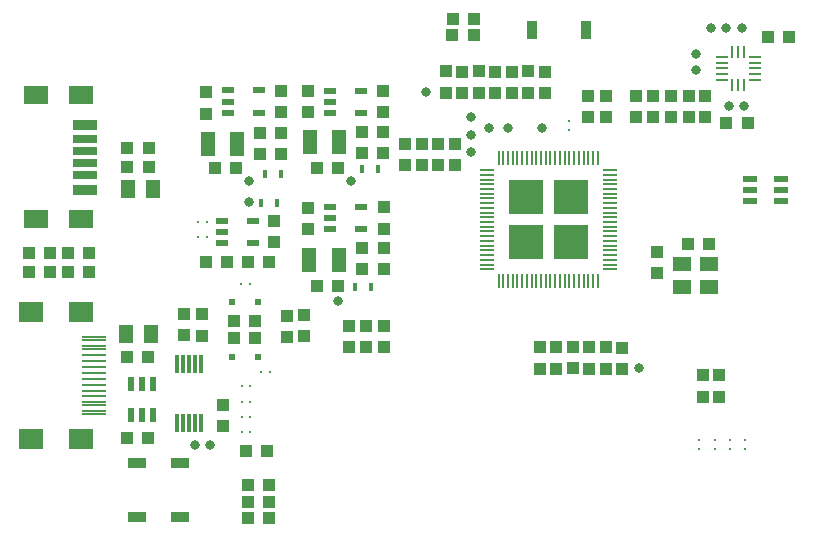
<source format=gtp>
G04 Layer_Color=8421504*
%FSLAX44Y44*%
%MOMM*%
G71*
G01*
G75*
%ADD10R,1.6000X0.9000*%
%ADD11R,1.0000X1.0000*%
%ADD12R,0.3000X1.5500*%
%ADD13R,0.6000X0.5000*%
%ADD14R,1.2000X0.2000*%
%ADD15R,0.2000X1.2000*%
%ADD16R,2.9000X2.9000*%
%ADD17R,2.9000X2.9000*%
%ADD18R,0.4000X0.8000*%
%ADD19O,0.3000X0.2000*%
%ADD20C,0.8000*%
%ADD21R,1.0000X1.0000*%
%ADD22R,1.5000X1.2000*%
%ADD23R,1.1000X0.6000*%
%ADD24R,1.2200X0.6200*%
%ADD25R,0.6200X1.2200*%
%ADD26R,1.2500X2.0000*%
%ADD27O,0.2000X0.3000*%
%ADD28R,2.0000X0.2500*%
%ADD29R,2.0000X1.8000*%
%ADD30R,1.2000X1.6300*%
%ADD31R,0.2500X1.0000*%
%ADD32R,1.0000X0.2500*%
%ADD33R,0.9000X1.6000*%
%ADD34R,2.0000X1.5000*%
%ADD35R,2.0000X0.9000*%
%ADD36R,2.0000X0.8000*%
%ADD37R,2.0000X0.7000*%
D10*
X252000Y313000D02*
D03*
Y359000D02*
D03*
X216000Y313000D02*
D03*
Y359000D02*
D03*
D11*
X327970Y340000D02*
D03*
X310000D02*
D03*
X325860Y369000D02*
D03*
X307890D02*
D03*
X315860Y479000D02*
D03*
X297890D02*
D03*
X315860Y465000D02*
D03*
X297890D02*
D03*
X157140Y521000D02*
D03*
X175110D02*
D03*
X157140Y537000D02*
D03*
X175110D02*
D03*
X309910Y326130D02*
D03*
X327880D02*
D03*
X207820Y609340D02*
D03*
X225790D02*
D03*
X207820Y625850D02*
D03*
X225790D02*
D03*
X207140Y380000D02*
D03*
X225110D02*
D03*
X207140Y449000D02*
D03*
X225110D02*
D03*
X682140Y544000D02*
D03*
X700110D02*
D03*
X309910Y312160D02*
D03*
X327880D02*
D03*
X299860Y609000D02*
D03*
X281890D02*
D03*
X385860Y509000D02*
D03*
X367890D02*
D03*
X309720Y529050D02*
D03*
X327690D02*
D03*
X274160D02*
D03*
X292130D02*
D03*
X385860Y609000D02*
D03*
X367890D02*
D03*
X483000Y721000D02*
D03*
X500970D02*
D03*
X483140Y735000D02*
D03*
X501110D02*
D03*
X732860Y647000D02*
D03*
X714890D02*
D03*
X142110Y537000D02*
D03*
X124140D02*
D03*
X142110Y521000D02*
D03*
X124140D02*
D03*
X749890Y720000D02*
D03*
X767860D02*
D03*
D12*
X250000Y393000D02*
D03*
X255000D02*
D03*
X260000D02*
D03*
X265000D02*
D03*
X270000D02*
D03*
X250000Y443000D02*
D03*
X270000D02*
D03*
X265000D02*
D03*
X260000D02*
D03*
X255000D02*
D03*
D13*
X296000Y495000D02*
D03*
X318000D02*
D03*
Y449000D02*
D03*
X296000D02*
D03*
D14*
X512000Y607000D02*
D03*
Y603000D02*
D03*
Y599000D02*
D03*
Y591000D02*
D03*
Y595000D02*
D03*
Y579000D02*
D03*
Y575000D02*
D03*
Y583000D02*
D03*
Y587000D02*
D03*
Y555000D02*
D03*
Y551000D02*
D03*
Y543000D02*
D03*
Y547000D02*
D03*
Y563000D02*
D03*
Y559000D02*
D03*
Y567000D02*
D03*
Y571000D02*
D03*
Y523000D02*
D03*
Y531000D02*
D03*
Y527000D02*
D03*
Y535000D02*
D03*
Y539000D02*
D03*
X616000Y591000D02*
D03*
Y595000D02*
D03*
Y603000D02*
D03*
Y599000D02*
D03*
Y607000D02*
D03*
Y559000D02*
D03*
Y563000D02*
D03*
Y571000D02*
D03*
Y567000D02*
D03*
Y583000D02*
D03*
Y587000D02*
D03*
Y579000D02*
D03*
Y575000D02*
D03*
Y543000D02*
D03*
Y547000D02*
D03*
Y555000D02*
D03*
Y551000D02*
D03*
Y535000D02*
D03*
Y539000D02*
D03*
Y531000D02*
D03*
Y527000D02*
D03*
Y523000D02*
D03*
D15*
X590000Y513000D02*
D03*
X594000D02*
D03*
X602000D02*
D03*
X598000D02*
D03*
X606000D02*
D03*
X558000D02*
D03*
X562000D02*
D03*
X570000D02*
D03*
X566000D02*
D03*
X582000D02*
D03*
X586000D02*
D03*
X578000D02*
D03*
X574000D02*
D03*
X542000D02*
D03*
X546000D02*
D03*
X554000D02*
D03*
X550000D02*
D03*
X534000D02*
D03*
X538000D02*
D03*
X530000D02*
D03*
X526000D02*
D03*
X522000D02*
D03*
X538000Y617000D02*
D03*
X534000D02*
D03*
X526000D02*
D03*
X530000D02*
D03*
X522000D02*
D03*
X570000D02*
D03*
X566000D02*
D03*
X558000D02*
D03*
X562000D02*
D03*
X546000D02*
D03*
X542000D02*
D03*
X550000D02*
D03*
X554000D02*
D03*
X586000D02*
D03*
X582000D02*
D03*
X574000D02*
D03*
X578000D02*
D03*
X594000D02*
D03*
X590000D02*
D03*
X598000D02*
D03*
X602000D02*
D03*
X606000D02*
D03*
D16*
X544950Y545950D02*
D03*
X583050Y584050D02*
D03*
D17*
Y545950D02*
D03*
X544950Y584050D02*
D03*
D18*
X406667Y608254D02*
D03*
X420129D02*
D03*
X320667Y579254D02*
D03*
X334129D02*
D03*
X400667Y508254D02*
D03*
X414129D02*
D03*
X324667Y603254D02*
D03*
X338129D02*
D03*
D19*
X692064Y378523D02*
D03*
Y371055D02*
D03*
X705064Y378222D02*
D03*
Y370754D02*
D03*
X718064Y378222D02*
D03*
Y370754D02*
D03*
X731064Y378222D02*
D03*
Y370754D02*
D03*
X581936Y648246D02*
D03*
Y640778D02*
D03*
D20*
X530000Y643000D02*
D03*
X514000D02*
D03*
X499000Y652000D02*
D03*
Y637000D02*
D03*
Y622000D02*
D03*
X702000Y727000D02*
D03*
X715000D02*
D03*
X728000D02*
D03*
X689000Y705000D02*
D03*
Y692000D02*
D03*
X717000Y661000D02*
D03*
X730000D02*
D03*
X311000Y598000D02*
D03*
X386000Y496000D02*
D03*
X311000Y580000D02*
D03*
X397000Y598000D02*
D03*
X265000Y374000D02*
D03*
X278000D02*
D03*
X641000Y439000D02*
D03*
X461000Y673000D02*
D03*
X559000Y643000D02*
D03*
D21*
X709000Y415140D02*
D03*
Y433110D02*
D03*
X695000Y415140D02*
D03*
Y433110D02*
D03*
X584760Y439090D02*
D03*
Y457060D02*
D03*
X612760Y438840D02*
D03*
Y456810D02*
D03*
X491490Y690360D02*
D03*
Y672390D02*
D03*
X519430Y690360D02*
D03*
Y672390D02*
D03*
X337760Y656110D02*
D03*
Y674080D02*
D03*
X425200Y557340D02*
D03*
Y575310D02*
D03*
X337760Y620550D02*
D03*
Y638520D02*
D03*
X425200Y523050D02*
D03*
Y541020D02*
D03*
X424120Y655800D02*
D03*
Y673770D02*
D03*
Y621510D02*
D03*
Y639480D02*
D03*
X656000Y537860D02*
D03*
Y519890D02*
D03*
X598730Y456810D02*
D03*
Y438840D02*
D03*
X626730Y456560D02*
D03*
Y438590D02*
D03*
X477520Y672640D02*
D03*
Y690610D02*
D03*
X505460Y672640D02*
D03*
Y690610D02*
D03*
X561340Y690360D02*
D03*
Y672390D02*
D03*
X533400Y690360D02*
D03*
Y672390D02*
D03*
X547370Y672640D02*
D03*
Y690610D02*
D03*
X319980Y620550D02*
D03*
Y638520D02*
D03*
X274260Y654840D02*
D03*
Y672810D02*
D03*
X406150Y523050D02*
D03*
Y541020D02*
D03*
X360620Y556740D02*
D03*
Y574710D02*
D03*
X332000Y563860D02*
D03*
Y545890D02*
D03*
X406340Y621510D02*
D03*
Y639480D02*
D03*
X361000Y656140D02*
D03*
Y674110D02*
D03*
X683000Y652140D02*
D03*
Y670110D02*
D03*
X668000Y652140D02*
D03*
Y670110D02*
D03*
X653000Y652140D02*
D03*
Y670110D02*
D03*
X613000Y652030D02*
D03*
Y670000D02*
D03*
X598000Y652030D02*
D03*
Y670000D02*
D03*
X638000Y652140D02*
D03*
Y670110D02*
D03*
X697000Y669860D02*
D03*
Y651890D02*
D03*
X425000Y474860D02*
D03*
Y456890D02*
D03*
X410000Y474860D02*
D03*
Y456890D02*
D03*
X395000Y474860D02*
D03*
Y456890D02*
D03*
X571000Y456860D02*
D03*
Y438890D02*
D03*
X557000Y456860D02*
D03*
Y438890D02*
D03*
X443000Y611140D02*
D03*
Y629110D02*
D03*
X457000Y611140D02*
D03*
Y629110D02*
D03*
X471000Y611140D02*
D03*
Y629110D02*
D03*
X485000Y611140D02*
D03*
Y629110D02*
D03*
X357000Y484110D02*
D03*
Y466140D02*
D03*
X343000Y465890D02*
D03*
Y483860D02*
D03*
X271000Y484860D02*
D03*
Y466890D02*
D03*
X256000Y467140D02*
D03*
Y485110D02*
D03*
X289000Y407860D02*
D03*
Y389890D02*
D03*
D22*
X700178Y507902D02*
D03*
Y527206D02*
D03*
X677572D02*
D03*
Y507902D02*
D03*
D23*
X293010Y664970D02*
D03*
Y674470D02*
D03*
Y655470D02*
D03*
X319010Y674470D02*
D03*
Y655470D02*
D03*
X379180Y566200D02*
D03*
Y575700D02*
D03*
Y556700D02*
D03*
X405180Y575700D02*
D03*
Y556700D02*
D03*
X287800Y554480D02*
D03*
Y563980D02*
D03*
Y544980D02*
D03*
X313800Y563980D02*
D03*
Y544980D02*
D03*
X379370Y664660D02*
D03*
Y674160D02*
D03*
Y655160D02*
D03*
X405370Y674160D02*
D03*
Y655160D02*
D03*
D24*
X734900Y599500D02*
D03*
Y590000D02*
D03*
Y580500D02*
D03*
X761100Y590000D02*
D03*
Y580500D02*
D03*
Y599500D02*
D03*
D25*
X210500Y399900D02*
D03*
X220000D02*
D03*
X229500D02*
D03*
X220000Y426100D02*
D03*
X229500D02*
D03*
X210500D02*
D03*
D26*
X275730Y629410D02*
D03*
X300730D02*
D03*
X361900Y530640D02*
D03*
X386900D02*
D03*
X362090Y630370D02*
D03*
X387090D02*
D03*
D27*
X275246Y563064D02*
D03*
X267778D02*
D03*
X275246Y550064D02*
D03*
X267778D02*
D03*
X304532Y398000D02*
D03*
X312000D02*
D03*
X304532Y411000D02*
D03*
X312000D02*
D03*
X304532Y385000D02*
D03*
X312000D02*
D03*
X304532Y424000D02*
D03*
X312000D02*
D03*
X303754Y510936D02*
D03*
X311222D02*
D03*
X320754Y435936D02*
D03*
X328222D02*
D03*
D28*
X179420Y425330D02*
D03*
Y465330D02*
D03*
Y457830D02*
D03*
Y445330D02*
D03*
Y420330D02*
D03*
Y407830D02*
D03*
Y400330D02*
D03*
Y402830D02*
D03*
Y415330D02*
D03*
Y410330D02*
D03*
Y440330D02*
D03*
Y450330D02*
D03*
Y455330D02*
D03*
Y462830D02*
D03*
Y435330D02*
D03*
Y430330D02*
D03*
D29*
X126334Y486460D02*
D03*
X168134D02*
D03*
X168706Y379200D02*
D03*
X126334D02*
D03*
D30*
X229500Y591000D02*
D03*
X208500D02*
D03*
X227500Y468000D02*
D03*
X206500D02*
D03*
D31*
X725000Y707000D02*
D03*
X730000D02*
D03*
X720000D02*
D03*
X730000Y679000D02*
D03*
X720000D02*
D03*
X725000D02*
D03*
D32*
X711000Y693000D02*
D03*
Y698000D02*
D03*
Y688000D02*
D03*
Y703000D02*
D03*
Y683000D02*
D03*
X739000Y703000D02*
D03*
Y683000D02*
D03*
Y698000D02*
D03*
Y688000D02*
D03*
Y693000D02*
D03*
D33*
X550000Y726000D02*
D03*
X596000D02*
D03*
D34*
X168088Y565422D02*
D03*
X130088D02*
D03*
X168312Y670578D02*
D03*
X130312D02*
D03*
D35*
X172000Y645500D02*
D03*
Y590500D02*
D03*
D36*
Y633200D02*
D03*
Y602800D02*
D03*
D37*
Y613000D02*
D03*
Y623000D02*
D03*
M02*

</source>
